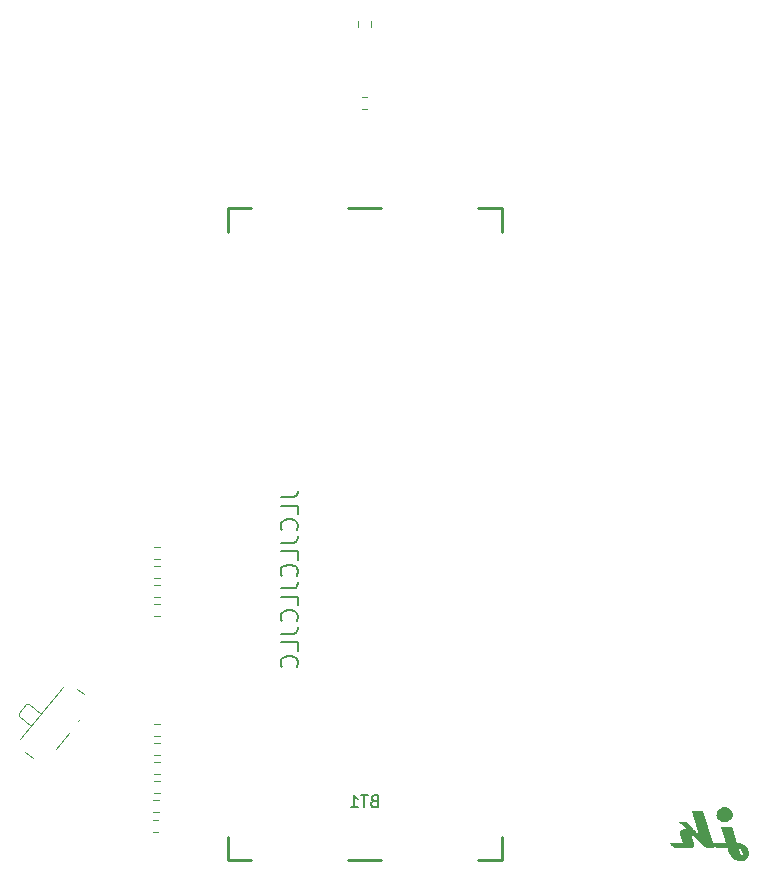
<source format=gbr>
%TF.GenerationSoftware,KiCad,Pcbnew,(6.0.4)*%
%TF.CreationDate,2022-04-03T17:40:06+02:00*%
%TF.ProjectId,LEDChristmasTree-2022,4c454443-6872-4697-9374-6d6173547265,rev?*%
%TF.SameCoordinates,Original*%
%TF.FileFunction,Legend,Bot*%
%TF.FilePolarity,Positive*%
%FSLAX46Y46*%
G04 Gerber Fmt 4.6, Leading zero omitted, Abs format (unit mm)*
G04 Created by KiCad (PCBNEW (6.0.4)) date 2022-04-03 17:40:06*
%MOMM*%
%LPD*%
G01*
G04 APERTURE LIST*
%ADD10C,0.200000*%
%ADD11C,0.150000*%
%ADD12C,0.120000*%
%ADD13C,0.254000*%
G04 APERTURE END LIST*
D10*
X136478571Y-96871428D02*
X137550000Y-96871428D01*
X137764285Y-96800000D01*
X137907142Y-96657142D01*
X137978571Y-96442857D01*
X137978571Y-96300000D01*
X137978571Y-98300000D02*
X137978571Y-97585714D01*
X136478571Y-97585714D01*
X137835714Y-99657142D02*
X137907142Y-99585714D01*
X137978571Y-99371428D01*
X137978571Y-99228571D01*
X137907142Y-99014285D01*
X137764285Y-98871428D01*
X137621428Y-98800000D01*
X137335714Y-98728571D01*
X137121428Y-98728571D01*
X136835714Y-98800000D01*
X136692857Y-98871428D01*
X136550000Y-99014285D01*
X136478571Y-99228571D01*
X136478571Y-99371428D01*
X136550000Y-99585714D01*
X136621428Y-99657142D01*
X136478571Y-100728571D02*
X137550000Y-100728571D01*
X137764285Y-100657142D01*
X137907142Y-100514285D01*
X137978571Y-100300000D01*
X137978571Y-100157142D01*
X137978571Y-102157142D02*
X137978571Y-101442857D01*
X136478571Y-101442857D01*
X137835714Y-103514285D02*
X137907142Y-103442857D01*
X137978571Y-103228571D01*
X137978571Y-103085714D01*
X137907142Y-102871428D01*
X137764285Y-102728571D01*
X137621428Y-102657142D01*
X137335714Y-102585714D01*
X137121428Y-102585714D01*
X136835714Y-102657142D01*
X136692857Y-102728571D01*
X136550000Y-102871428D01*
X136478571Y-103085714D01*
X136478571Y-103228571D01*
X136550000Y-103442857D01*
X136621428Y-103514285D01*
X136478571Y-104585714D02*
X137550000Y-104585714D01*
X137764285Y-104514285D01*
X137907142Y-104371428D01*
X137978571Y-104157142D01*
X137978571Y-104014285D01*
X137978571Y-106014285D02*
X137978571Y-105300000D01*
X136478571Y-105300000D01*
X137835714Y-107371428D02*
X137907142Y-107300000D01*
X137978571Y-107085714D01*
X137978571Y-106942857D01*
X137907142Y-106728571D01*
X137764285Y-106585714D01*
X137621428Y-106514285D01*
X137335714Y-106442857D01*
X137121428Y-106442857D01*
X136835714Y-106514285D01*
X136692857Y-106585714D01*
X136550000Y-106728571D01*
X136478571Y-106942857D01*
X136478571Y-107085714D01*
X136550000Y-107300000D01*
X136621428Y-107371428D01*
X136478571Y-108442857D02*
X137550000Y-108442857D01*
X137764285Y-108371428D01*
X137907142Y-108228571D01*
X137978571Y-108014285D01*
X137978571Y-107871428D01*
X137978571Y-109871428D02*
X137978571Y-109157142D01*
X136478571Y-109157142D01*
X137835714Y-111228571D02*
X137907142Y-111157142D01*
X137978571Y-110942857D01*
X137978571Y-110800000D01*
X137907142Y-110585714D01*
X137764285Y-110442857D01*
X137621428Y-110371428D01*
X137335714Y-110300000D01*
X137121428Y-110300000D01*
X136835714Y-110371428D01*
X136692857Y-110442857D01*
X136550000Y-110585714D01*
X136478571Y-110800000D01*
X136478571Y-110942857D01*
X136550000Y-111157142D01*
X136621428Y-111228571D01*
D11*
%TO.C,BT1*%
X144385714Y-122578571D02*
X144242857Y-122626190D01*
X144195238Y-122673809D01*
X144147619Y-122769047D01*
X144147619Y-122911904D01*
X144195238Y-123007142D01*
X144242857Y-123054761D01*
X144338095Y-123102380D01*
X144719047Y-123102380D01*
X144719047Y-122102380D01*
X144385714Y-122102380D01*
X144290476Y-122150000D01*
X144242857Y-122197619D01*
X144195238Y-122292857D01*
X144195238Y-122388095D01*
X144242857Y-122483333D01*
X144290476Y-122530952D01*
X144385714Y-122578571D01*
X144719047Y-122578571D01*
X143861904Y-122102380D02*
X143290476Y-122102380D01*
X143576190Y-123102380D02*
X143576190Y-122102380D01*
X142433333Y-123102380D02*
X143004761Y-123102380D01*
X142719047Y-123102380D02*
X142719047Y-122102380D01*
X142814285Y-122245238D01*
X142909523Y-122340476D01*
X143004761Y-122388095D01*
D12*
%TO.C,R11*%
X144122500Y-57037258D02*
X144122500Y-56562742D01*
X143077500Y-57037258D02*
X143077500Y-56562742D01*
D13*
%TO.C,BT1*%
X142200000Y-127600000D02*
X145000000Y-127600000D01*
X155200000Y-127600000D02*
X155200000Y-125600000D01*
X153200000Y-127600000D02*
X155200000Y-127600000D01*
X132000000Y-127600000D02*
X134000000Y-127600000D01*
X134000000Y-72400000D02*
X132000000Y-72400000D01*
X155200000Y-72400000D02*
X153200000Y-72400000D01*
X132000000Y-72400000D02*
X132000000Y-74400000D01*
X132000000Y-127600000D02*
X132000000Y-125600000D01*
X155200000Y-72400000D02*
X155200000Y-74400000D01*
X145000000Y-72400000D02*
X142200000Y-72400000D01*
D12*
%TO.C,R3*%
X125687742Y-122477500D02*
X126162258Y-122477500D01*
X125687742Y-123522500D02*
X126162258Y-123522500D01*
%TO.C,R12*%
X125762742Y-117122500D02*
X126237258Y-117122500D01*
X125762742Y-116077500D02*
X126237258Y-116077500D01*
%TO.C,R5*%
X125762742Y-120877500D02*
X126237258Y-120877500D01*
X125762742Y-121922500D02*
X126237258Y-121922500D01*
%TO.C,R7*%
X125762742Y-105877500D02*
X126237258Y-105877500D01*
X125762742Y-106922500D02*
X126237258Y-106922500D01*
%TO.C,R9*%
X125762742Y-102122500D02*
X126237258Y-102122500D01*
X125762742Y-101077500D02*
X126237258Y-101077500D01*
%TO.C,G\u002A\u002A\u002A*%
G36*
X176105240Y-127180594D02*
G01*
X176080893Y-127273553D01*
X176041646Y-127365241D01*
X175992198Y-127451124D01*
X175921528Y-127537485D01*
X175836940Y-127603828D01*
X175733538Y-127654752D01*
X175725039Y-127657921D01*
X175637235Y-127678090D01*
X175531706Y-127684537D01*
X175414697Y-127678165D01*
X175292452Y-127659875D01*
X175171215Y-127630570D01*
X175057233Y-127591153D01*
X174956748Y-127542524D01*
X174898818Y-127507242D01*
X174786584Y-127425320D01*
X174689595Y-127332521D01*
X174605260Y-127225293D01*
X174530993Y-127100083D01*
X174464205Y-126953338D01*
X174402306Y-126781505D01*
X174342600Y-126597820D01*
X175287819Y-126597820D01*
X175288275Y-126605202D01*
X175295689Y-126636524D01*
X175310179Y-126688722D01*
X175330625Y-126757942D01*
X175355908Y-126840330D01*
X175384908Y-126932030D01*
X175404177Y-126991899D01*
X175432646Y-127079496D01*
X175457810Y-127155900D01*
X175478319Y-127217064D01*
X175492825Y-127258940D01*
X175499981Y-127277479D01*
X175506593Y-127282340D01*
X175524393Y-127270868D01*
X175552292Y-127234380D01*
X175553987Y-127231871D01*
X175572716Y-127201959D01*
X175584499Y-127174480D01*
X175590917Y-127141645D01*
X175593546Y-127095664D01*
X175593967Y-127028747D01*
X175593572Y-126982120D01*
X175591075Y-126926319D01*
X175584952Y-126885277D01*
X175573686Y-126850439D01*
X175555762Y-126813249D01*
X175541555Y-126788818D01*
X175502912Y-126734184D01*
X175462724Y-126688822D01*
X175428915Y-126660791D01*
X175385187Y-126631902D01*
X175342224Y-126609243D01*
X175307332Y-126596615D01*
X175287819Y-126597820D01*
X174342600Y-126597820D01*
X174336320Y-126578499D01*
X173923774Y-126572451D01*
X173811045Y-126570566D01*
X173704500Y-126568068D01*
X173620535Y-126565042D01*
X173555850Y-126561290D01*
X173507143Y-126556614D01*
X173471113Y-126550817D01*
X173444459Y-126543700D01*
X173358163Y-126509952D01*
X173285230Y-126469706D01*
X173213123Y-126415704D01*
X173180474Y-126390164D01*
X173154742Y-126373464D01*
X173144882Y-126371966D01*
X173147996Y-126386872D01*
X173158411Y-126422284D01*
X173173615Y-126468453D01*
X173186570Y-126507556D01*
X173197962Y-126545532D01*
X173202348Y-126565383D01*
X173191971Y-126569180D01*
X173155667Y-126572292D01*
X173096070Y-126573950D01*
X173016083Y-126574080D01*
X172918609Y-126572609D01*
X172876599Y-126571707D01*
X172791966Y-126569471D01*
X172719561Y-126565667D01*
X172656328Y-126558696D01*
X172599210Y-126546954D01*
X172545149Y-126528843D01*
X172491089Y-126502761D01*
X172433973Y-126467107D01*
X172370744Y-126420281D01*
X172298345Y-126360681D01*
X172213720Y-126286708D01*
X172113811Y-126196759D01*
X171995561Y-126089235D01*
X171909287Y-126010520D01*
X171809473Y-125918987D01*
X171709245Y-125826652D01*
X171614037Y-125738531D01*
X171529280Y-125659642D01*
X171460408Y-125595001D01*
X171444319Y-125579824D01*
X171382056Y-125521499D01*
X171328256Y-125471737D01*
X171286006Y-125433353D01*
X171258393Y-125409156D01*
X171248502Y-125401960D01*
X171248696Y-125402975D01*
X171254547Y-125423351D01*
X171267745Y-125466872D01*
X171287205Y-125530032D01*
X171311843Y-125609326D01*
X171340575Y-125701245D01*
X171372316Y-125802286D01*
X171390015Y-125858671D01*
X171423841Y-125968039D01*
X171449929Y-126055586D01*
X171469232Y-126125073D01*
X171482701Y-126180265D01*
X171491288Y-126224923D01*
X171495945Y-126262810D01*
X171497624Y-126297690D01*
X171497614Y-126336505D01*
X171493788Y-126383433D01*
X171483221Y-126418783D01*
X171463601Y-126453112D01*
X171456666Y-126462693D01*
X171416224Y-126504731D01*
X171370617Y-126537676D01*
X171364612Y-126540907D01*
X171350351Y-126547778D01*
X171334228Y-126553457D01*
X171313557Y-126558079D01*
X171285650Y-126561780D01*
X171247822Y-126564693D01*
X171197383Y-126566952D01*
X171131648Y-126568694D01*
X171047929Y-126570051D01*
X170943538Y-126571159D01*
X170815790Y-126572153D01*
X170661995Y-126573166D01*
X170583610Y-126573638D01*
X170436771Y-126574297D01*
X170314676Y-126574437D01*
X170214613Y-126573991D01*
X170133872Y-126572893D01*
X170069740Y-126571080D01*
X170019507Y-126568483D01*
X169980462Y-126565040D01*
X169949892Y-126560682D01*
X169925088Y-126555346D01*
X169873677Y-126540446D01*
X169754064Y-126490529D01*
X169651894Y-126424979D01*
X169570518Y-126346227D01*
X169513286Y-126256703D01*
X169501719Y-126230993D01*
X169487125Y-126194552D01*
X169481421Y-126174096D01*
X169481894Y-126173268D01*
X169501357Y-126169133D01*
X169549025Y-126165723D01*
X169624460Y-126163050D01*
X169727224Y-126161126D01*
X169856877Y-126159963D01*
X170012982Y-126159573D01*
X170116629Y-126159362D01*
X170237050Y-126158506D01*
X170341136Y-126157050D01*
X170426408Y-126155054D01*
X170490385Y-126152580D01*
X170530590Y-126149689D01*
X170544543Y-126146442D01*
X170544370Y-126145201D01*
X170538587Y-126123568D01*
X170525403Y-126078846D01*
X170505913Y-126014610D01*
X170481209Y-125934438D01*
X170452383Y-125841905D01*
X170420528Y-125740588D01*
X170411074Y-125710580D01*
X170370194Y-125578328D01*
X170338389Y-125469413D01*
X170315244Y-125380713D01*
X170300343Y-125309108D01*
X170293270Y-125251479D01*
X170293609Y-125204704D01*
X170300945Y-125165664D01*
X170314861Y-125131238D01*
X170334942Y-125098306D01*
X170335199Y-125097936D01*
X170373336Y-125055442D01*
X170423574Y-125023156D01*
X170489984Y-124999635D01*
X170576640Y-124983431D01*
X170687614Y-124973100D01*
X170848720Y-124962906D01*
X170693018Y-124803405D01*
X170689519Y-124799821D01*
X170617481Y-124726008D01*
X170536574Y-124643086D01*
X170456447Y-124560942D01*
X170386746Y-124489465D01*
X170236176Y-124335025D01*
X170544799Y-124336333D01*
X170853423Y-124337641D01*
X171104990Y-124598522D01*
X171155919Y-124651339D01*
X171296465Y-124797098D01*
X171418699Y-124923818D01*
X171523864Y-125032719D01*
X171613200Y-125125019D01*
X171687951Y-125201936D01*
X171749357Y-125264691D01*
X171798662Y-125314502D01*
X171837108Y-125352587D01*
X171865935Y-125380165D01*
X171886387Y-125398456D01*
X171899705Y-125408679D01*
X171907132Y-125412051D01*
X171909909Y-125409793D01*
X171909278Y-125403122D01*
X171906482Y-125393259D01*
X171902763Y-125381421D01*
X171896476Y-125360869D01*
X171881087Y-125310993D01*
X171859144Y-125240152D01*
X171831484Y-125151036D01*
X171798946Y-125046334D01*
X171762367Y-124928734D01*
X171722588Y-124800925D01*
X171680445Y-124665598D01*
X171636777Y-124525439D01*
X171592422Y-124383138D01*
X171548220Y-124241385D01*
X171505007Y-124102867D01*
X171463624Y-123970274D01*
X171424907Y-123846295D01*
X171389695Y-123733619D01*
X171358827Y-123634934D01*
X171333141Y-123552930D01*
X171313475Y-123490295D01*
X171300668Y-123449718D01*
X171295557Y-123433888D01*
X171296288Y-123430479D01*
X171307210Y-123425939D01*
X171332239Y-123422365D01*
X171373813Y-123419658D01*
X171434368Y-123417723D01*
X171516343Y-123416461D01*
X171622174Y-123415775D01*
X171754298Y-123415568D01*
X172220068Y-123415568D01*
X172648824Y-124787571D01*
X173077580Y-126159573D01*
X173642792Y-126159573D01*
X173679347Y-126159560D01*
X173801204Y-126159326D01*
X173912727Y-126158823D01*
X174010850Y-126158085D01*
X174092505Y-126157144D01*
X174154627Y-126156034D01*
X174194149Y-126154789D01*
X174208004Y-126153440D01*
X174207976Y-126153248D01*
X174203142Y-126136617D01*
X174190594Y-126095460D01*
X174171158Y-126032444D01*
X174145665Y-125950238D01*
X174114943Y-125851509D01*
X174079820Y-125738925D01*
X174041126Y-125615155D01*
X173999690Y-125482866D01*
X173996524Y-125472768D01*
X173955229Y-125340780D01*
X173916743Y-125217315D01*
X173881899Y-125105072D01*
X173851526Y-125006747D01*
X173826457Y-124925038D01*
X173807521Y-124862644D01*
X173795550Y-124822262D01*
X173791375Y-124806589D01*
X173796466Y-124804840D01*
X173825944Y-124802118D01*
X173878731Y-124799697D01*
X173951442Y-124797664D01*
X174040692Y-124796105D01*
X174143096Y-124795106D01*
X174255270Y-124794754D01*
X174719166Y-124794754D01*
X174845417Y-125186241D01*
X174871520Y-125267176D01*
X174912836Y-125395258D01*
X174955425Y-125527265D01*
X174996765Y-125655377D01*
X175034333Y-125771779D01*
X175065606Y-125868651D01*
X175159545Y-126159573D01*
X175242306Y-126159573D01*
X175272574Y-126160317D01*
X175397224Y-126176332D01*
X175529029Y-126211536D01*
X175659022Y-126263687D01*
X175709502Y-126289089D01*
X175769907Y-126326035D01*
X175826295Y-126370779D01*
X175889205Y-126430980D01*
X175968188Y-126519903D01*
X176037491Y-126625378D01*
X176084163Y-126737906D01*
X176110446Y-126863113D01*
X176118580Y-127006624D01*
X176118029Y-127028747D01*
X176116843Y-127076329D01*
X176105240Y-127180594D01*
G37*
G36*
X174203368Y-123121376D02*
G01*
X174274544Y-123133843D01*
X174327872Y-123150547D01*
X174447798Y-123207222D01*
X174555721Y-123284936D01*
X174646517Y-123379578D01*
X174715057Y-123487039D01*
X174737452Y-123535860D01*
X174753066Y-123583579D01*
X174761687Y-123636105D01*
X174766108Y-123705384D01*
X174766832Y-123730356D01*
X174761341Y-123838935D01*
X174738809Y-123932468D01*
X174696387Y-124019462D01*
X174631230Y-124108427D01*
X174597427Y-124145765D01*
X174509785Y-124219589D01*
X174402980Y-124281013D01*
X174272654Y-124332764D01*
X174229013Y-124342133D01*
X174159104Y-124347996D01*
X174077387Y-124348556D01*
X173992684Y-124344058D01*
X173913816Y-124334753D01*
X173849605Y-124320886D01*
X173752764Y-124282668D01*
X173642309Y-124215604D01*
X173545120Y-124130650D01*
X173468518Y-124033328D01*
X173445649Y-123992149D01*
X173407345Y-123885646D01*
X173389804Y-123769804D01*
X173393100Y-123651845D01*
X173417304Y-123538993D01*
X173462491Y-123438469D01*
X173502142Y-123383010D01*
X173580729Y-123302632D01*
X173675427Y-123230654D01*
X173778663Y-123172561D01*
X173882867Y-123133843D01*
X173938451Y-123123301D01*
X174023675Y-123116105D01*
X174115863Y-123115463D01*
X174203368Y-123121376D01*
G37*
%TO.C,R2*%
X125662742Y-124177500D02*
X126137258Y-124177500D01*
X125662742Y-125222500D02*
X126137258Y-125222500D01*
%TO.C,R4*%
X125762742Y-104277500D02*
X126237258Y-104277500D01*
X125762742Y-105322500D02*
X126237258Y-105322500D01*
%TO.C,SW1*%
X114371971Y-115387457D02*
X114334634Y-115099870D01*
X115190087Y-114377167D02*
X114901022Y-114400439D01*
X115374489Y-116199280D02*
X114371971Y-115387457D01*
X119211610Y-113065736D02*
X119825556Y-113562899D01*
X119351452Y-115816834D02*
X119477316Y-115661405D01*
X115483245Y-118925206D02*
X114869300Y-118428043D01*
X114461974Y-117326142D02*
X118049101Y-112896410D01*
X115190087Y-114377167D02*
X116192605Y-115188990D01*
X114334634Y-115099870D02*
X114901022Y-114400439D01*
X117463491Y-118148272D02*
X118533336Y-116827124D01*
%TO.C,R1*%
X125762742Y-118722500D02*
X126237258Y-118722500D01*
X125762742Y-117677500D02*
X126237258Y-117677500D01*
%TO.C,R10*%
X143362742Y-62977500D02*
X143837258Y-62977500D01*
X143362742Y-64022500D02*
X143837258Y-64022500D01*
%TO.C,R8*%
X125762742Y-102677500D02*
X126237258Y-102677500D01*
X125762742Y-103722500D02*
X126237258Y-103722500D01*
%TO.C,R6*%
X125762742Y-119277500D02*
X126237258Y-119277500D01*
X125762742Y-120322500D02*
X126237258Y-120322500D01*
%TD*%
M02*

</source>
